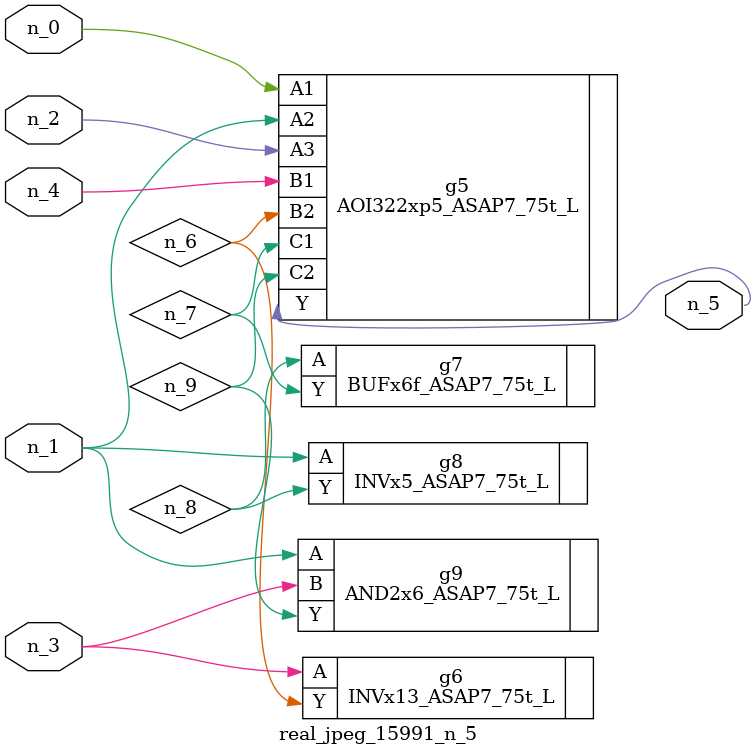
<source format=v>
module real_jpeg_15991_n_5 (n_4, n_0, n_1, n_2, n_3, n_5);

input n_4;
input n_0;
input n_1;
input n_2;
input n_3;

output n_5;

wire n_8;
wire n_6;
wire n_7;
wire n_9;

AOI322xp5_ASAP7_75t_L g5 ( 
.A1(n_0),
.A2(n_1),
.A3(n_2),
.B1(n_4),
.B2(n_6),
.C1(n_7),
.C2(n_9),
.Y(n_5)
);

INVx5_ASAP7_75t_L g8 ( 
.A(n_1),
.Y(n_8)
);

AND2x6_ASAP7_75t_L g9 ( 
.A(n_1),
.B(n_3),
.Y(n_9)
);

INVx13_ASAP7_75t_L g6 ( 
.A(n_3),
.Y(n_6)
);

BUFx6f_ASAP7_75t_L g7 ( 
.A(n_8),
.Y(n_7)
);


endmodule
</source>
